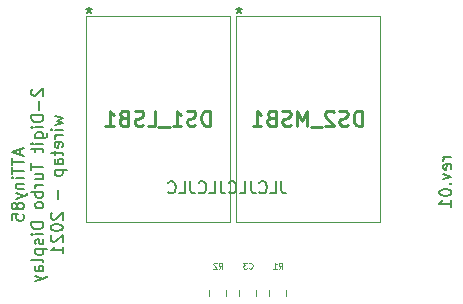
<source format=gbr>
%TF.GenerationSoftware,KiCad,Pcbnew,(5.1.6)-1*%
%TF.CreationDate,2021-03-31T10:32:31-04:00*%
%TF.ProjectId,Turbo-Display-V2,54757262-6f2d-4446-9973-706c61792d56,rev?*%
%TF.SameCoordinates,Original*%
%TF.FileFunction,Legend,Bot*%
%TF.FilePolarity,Positive*%
%FSLAX46Y46*%
G04 Gerber Fmt 4.6, Leading zero omitted, Abs format (unit mm)*
G04 Created by KiCad (PCBNEW (5.1.6)-1) date 2021-03-31 10:32:31*
%MOMM*%
%LPD*%
G01*
G04 APERTURE LIST*
%ADD10C,0.150000*%
%ADD11C,0.120000*%
%ADD12C,0.100000*%
%ADD13C,0.080000*%
%ADD14C,0.254000*%
G04 APERTURE END LIST*
D10*
X103933047Y-88352380D02*
X103933047Y-89066666D01*
X103980666Y-89209523D01*
X104075904Y-89304761D01*
X104218761Y-89352380D01*
X104314000Y-89352380D01*
X102980666Y-89352380D02*
X103456857Y-89352380D01*
X103456857Y-88352380D01*
X102075904Y-89257142D02*
X102123523Y-89304761D01*
X102266380Y-89352380D01*
X102361619Y-89352380D01*
X102504476Y-89304761D01*
X102599714Y-89209523D01*
X102647333Y-89114285D01*
X102694952Y-88923809D01*
X102694952Y-88780952D01*
X102647333Y-88590476D01*
X102599714Y-88495238D01*
X102504476Y-88400000D01*
X102361619Y-88352380D01*
X102266380Y-88352380D01*
X102123523Y-88400000D01*
X102075904Y-88447619D01*
X101361619Y-88352380D02*
X101361619Y-89066666D01*
X101409238Y-89209523D01*
X101504476Y-89304761D01*
X101647333Y-89352380D01*
X101742571Y-89352380D01*
X100409238Y-89352380D02*
X100885428Y-89352380D01*
X100885428Y-88352380D01*
X99504476Y-89257142D02*
X99552095Y-89304761D01*
X99694952Y-89352380D01*
X99790190Y-89352380D01*
X99933047Y-89304761D01*
X100028285Y-89209523D01*
X100075904Y-89114285D01*
X100123523Y-88923809D01*
X100123523Y-88780952D01*
X100075904Y-88590476D01*
X100028285Y-88495238D01*
X99933047Y-88400000D01*
X99790190Y-88352380D01*
X99694952Y-88352380D01*
X99552095Y-88400000D01*
X99504476Y-88447619D01*
X98790190Y-88352380D02*
X98790190Y-89066666D01*
X98837809Y-89209523D01*
X98933047Y-89304761D01*
X99075904Y-89352380D01*
X99171142Y-89352380D01*
X97837809Y-89352380D02*
X98314000Y-89352380D01*
X98314000Y-88352380D01*
X96933047Y-89257142D02*
X96980666Y-89304761D01*
X97123523Y-89352380D01*
X97218761Y-89352380D01*
X97361619Y-89304761D01*
X97456857Y-89209523D01*
X97504476Y-89114285D01*
X97552095Y-88923809D01*
X97552095Y-88780952D01*
X97504476Y-88590476D01*
X97456857Y-88495238D01*
X97361619Y-88400000D01*
X97218761Y-88352380D01*
X97123523Y-88352380D01*
X96980666Y-88400000D01*
X96933047Y-88447619D01*
X96218761Y-88352380D02*
X96218761Y-89066666D01*
X96266380Y-89209523D01*
X96361619Y-89304761D01*
X96504476Y-89352380D01*
X96599714Y-89352380D01*
X95266380Y-89352380D02*
X95742571Y-89352380D01*
X95742571Y-88352380D01*
X94361619Y-89257142D02*
X94409238Y-89304761D01*
X94552095Y-89352380D01*
X94647333Y-89352380D01*
X94790190Y-89304761D01*
X94885428Y-89209523D01*
X94933047Y-89114285D01*
X94980666Y-88923809D01*
X94980666Y-88780952D01*
X94933047Y-88590476D01*
X94885428Y-88495238D01*
X94790190Y-88400000D01*
X94647333Y-88352380D01*
X94552095Y-88352380D01*
X94409238Y-88400000D01*
X94361619Y-88447619D01*
X118308380Y-86320571D02*
X117641714Y-86320571D01*
X117832190Y-86320571D02*
X117736952Y-86368190D01*
X117689333Y-86415809D01*
X117641714Y-86511047D01*
X117641714Y-86606285D01*
X118260761Y-87320571D02*
X118308380Y-87225333D01*
X118308380Y-87034857D01*
X118260761Y-86939619D01*
X118165523Y-86892000D01*
X117784571Y-86892000D01*
X117689333Y-86939619D01*
X117641714Y-87034857D01*
X117641714Y-87225333D01*
X117689333Y-87320571D01*
X117784571Y-87368190D01*
X117879809Y-87368190D01*
X117975047Y-86892000D01*
X117641714Y-87701523D02*
X118308380Y-87939619D01*
X117641714Y-88177714D01*
X118213142Y-88558666D02*
X118260761Y-88606285D01*
X118308380Y-88558666D01*
X118260761Y-88511047D01*
X118213142Y-88558666D01*
X118308380Y-88558666D01*
X117308380Y-89225333D02*
X117308380Y-89320571D01*
X117356000Y-89415809D01*
X117403619Y-89463428D01*
X117498857Y-89511047D01*
X117689333Y-89558666D01*
X117927428Y-89558666D01*
X118117904Y-89511047D01*
X118213142Y-89463428D01*
X118260761Y-89415809D01*
X118308380Y-89320571D01*
X118308380Y-89225333D01*
X118260761Y-89130095D01*
X118213142Y-89082476D01*
X118117904Y-89034857D01*
X117927428Y-88987238D01*
X117689333Y-88987238D01*
X117498857Y-89034857D01*
X117403619Y-89082476D01*
X117356000Y-89130095D01*
X117308380Y-89225333D01*
X118308380Y-90511047D02*
X118308380Y-89939619D01*
X118308380Y-90225333D02*
X117308380Y-90225333D01*
X117451238Y-90130095D01*
X117546476Y-90034857D01*
X117594095Y-89939619D01*
X81828666Y-85622190D02*
X81828666Y-86098380D01*
X82114380Y-85526952D02*
X81114380Y-85860285D01*
X82114380Y-86193619D01*
X81114380Y-86384095D02*
X81114380Y-86955523D01*
X82114380Y-86669809D02*
X81114380Y-86669809D01*
X81114380Y-87146000D02*
X81114380Y-87717428D01*
X82114380Y-87431714D02*
X81114380Y-87431714D01*
X82114380Y-88050761D02*
X81447714Y-88050761D01*
X81114380Y-88050761D02*
X81162000Y-88003142D01*
X81209619Y-88050761D01*
X81162000Y-88098380D01*
X81114380Y-88050761D01*
X81209619Y-88050761D01*
X81447714Y-88526952D02*
X82114380Y-88526952D01*
X81542952Y-88526952D02*
X81495333Y-88574571D01*
X81447714Y-88669809D01*
X81447714Y-88812666D01*
X81495333Y-88907904D01*
X81590571Y-88955523D01*
X82114380Y-88955523D01*
X81447714Y-89336476D02*
X82114380Y-89574571D01*
X81447714Y-89812666D02*
X82114380Y-89574571D01*
X82352476Y-89479333D01*
X82400095Y-89431714D01*
X82447714Y-89336476D01*
X81542952Y-90336476D02*
X81495333Y-90241238D01*
X81447714Y-90193619D01*
X81352476Y-90146000D01*
X81304857Y-90146000D01*
X81209619Y-90193619D01*
X81162000Y-90241238D01*
X81114380Y-90336476D01*
X81114380Y-90526952D01*
X81162000Y-90622190D01*
X81209619Y-90669809D01*
X81304857Y-90717428D01*
X81352476Y-90717428D01*
X81447714Y-90669809D01*
X81495333Y-90622190D01*
X81542952Y-90526952D01*
X81542952Y-90336476D01*
X81590571Y-90241238D01*
X81638190Y-90193619D01*
X81733428Y-90146000D01*
X81923904Y-90146000D01*
X82019142Y-90193619D01*
X82066761Y-90241238D01*
X82114380Y-90336476D01*
X82114380Y-90526952D01*
X82066761Y-90622190D01*
X82019142Y-90669809D01*
X81923904Y-90717428D01*
X81733428Y-90717428D01*
X81638190Y-90669809D01*
X81590571Y-90622190D01*
X81542952Y-90526952D01*
X81114380Y-91622190D02*
X81114380Y-91146000D01*
X81590571Y-91098380D01*
X81542952Y-91146000D01*
X81495333Y-91241238D01*
X81495333Y-91479333D01*
X81542952Y-91574571D01*
X81590571Y-91622190D01*
X81685809Y-91669809D01*
X81923904Y-91669809D01*
X82019142Y-91622190D01*
X82066761Y-91574571D01*
X82114380Y-91479333D01*
X82114380Y-91241238D01*
X82066761Y-91146000D01*
X82019142Y-91098380D01*
X82859619Y-80526952D02*
X82812000Y-80574571D01*
X82764380Y-80669809D01*
X82764380Y-80907904D01*
X82812000Y-81003142D01*
X82859619Y-81050761D01*
X82954857Y-81098380D01*
X83050095Y-81098380D01*
X83192952Y-81050761D01*
X83764380Y-80479333D01*
X83764380Y-81098380D01*
X83383428Y-81526952D02*
X83383428Y-82288857D01*
X83764380Y-82765047D02*
X82764380Y-82765047D01*
X82764380Y-83003142D01*
X82812000Y-83146000D01*
X82907238Y-83241238D01*
X83002476Y-83288857D01*
X83192952Y-83336476D01*
X83335809Y-83336476D01*
X83526285Y-83288857D01*
X83621523Y-83241238D01*
X83716761Y-83146000D01*
X83764380Y-83003142D01*
X83764380Y-82765047D01*
X83764380Y-83765047D02*
X83097714Y-83765047D01*
X82764380Y-83765047D02*
X82812000Y-83717428D01*
X82859619Y-83765047D01*
X82812000Y-83812666D01*
X82764380Y-83765047D01*
X82859619Y-83765047D01*
X83097714Y-84669809D02*
X83907238Y-84669809D01*
X84002476Y-84622190D01*
X84050095Y-84574571D01*
X84097714Y-84479333D01*
X84097714Y-84336476D01*
X84050095Y-84241238D01*
X83716761Y-84669809D02*
X83764380Y-84574571D01*
X83764380Y-84384095D01*
X83716761Y-84288857D01*
X83669142Y-84241238D01*
X83573904Y-84193619D01*
X83288190Y-84193619D01*
X83192952Y-84241238D01*
X83145333Y-84288857D01*
X83097714Y-84384095D01*
X83097714Y-84574571D01*
X83145333Y-84669809D01*
X83764380Y-85146000D02*
X83097714Y-85146000D01*
X82764380Y-85146000D02*
X82812000Y-85098380D01*
X82859619Y-85146000D01*
X82812000Y-85193619D01*
X82764380Y-85146000D01*
X82859619Y-85146000D01*
X83097714Y-85479333D02*
X83097714Y-85860285D01*
X82764380Y-85622190D02*
X83621523Y-85622190D01*
X83716761Y-85669809D01*
X83764380Y-85765047D01*
X83764380Y-85860285D01*
X82764380Y-86812666D02*
X82764380Y-87384095D01*
X83764380Y-87098380D02*
X82764380Y-87098380D01*
X83097714Y-88146000D02*
X83764380Y-88146000D01*
X83097714Y-87717428D02*
X83621523Y-87717428D01*
X83716761Y-87765047D01*
X83764380Y-87860285D01*
X83764380Y-88003142D01*
X83716761Y-88098380D01*
X83669142Y-88146000D01*
X83764380Y-88622190D02*
X83097714Y-88622190D01*
X83288190Y-88622190D02*
X83192952Y-88669809D01*
X83145333Y-88717428D01*
X83097714Y-88812666D01*
X83097714Y-88907904D01*
X83764380Y-89241238D02*
X82764380Y-89241238D01*
X83145333Y-89241238D02*
X83097714Y-89336476D01*
X83097714Y-89526952D01*
X83145333Y-89622190D01*
X83192952Y-89669809D01*
X83288190Y-89717428D01*
X83573904Y-89717428D01*
X83669142Y-89669809D01*
X83716761Y-89622190D01*
X83764380Y-89526952D01*
X83764380Y-89336476D01*
X83716761Y-89241238D01*
X83764380Y-90288857D02*
X83716761Y-90193619D01*
X83669142Y-90146000D01*
X83573904Y-90098380D01*
X83288190Y-90098380D01*
X83192952Y-90146000D01*
X83145333Y-90193619D01*
X83097714Y-90288857D01*
X83097714Y-90431714D01*
X83145333Y-90526952D01*
X83192952Y-90574571D01*
X83288190Y-90622190D01*
X83573904Y-90622190D01*
X83669142Y-90574571D01*
X83716761Y-90526952D01*
X83764380Y-90431714D01*
X83764380Y-90288857D01*
X83764380Y-91812666D02*
X82764380Y-91812666D01*
X82764380Y-92050761D01*
X82812000Y-92193619D01*
X82907238Y-92288857D01*
X83002476Y-92336476D01*
X83192952Y-92384095D01*
X83335809Y-92384095D01*
X83526285Y-92336476D01*
X83621523Y-92288857D01*
X83716761Y-92193619D01*
X83764380Y-92050761D01*
X83764380Y-91812666D01*
X83764380Y-92812666D02*
X83097714Y-92812666D01*
X82764380Y-92812666D02*
X82812000Y-92765047D01*
X82859619Y-92812666D01*
X82812000Y-92860285D01*
X82764380Y-92812666D01*
X82859619Y-92812666D01*
X83716761Y-93241238D02*
X83764380Y-93336476D01*
X83764380Y-93526952D01*
X83716761Y-93622190D01*
X83621523Y-93669809D01*
X83573904Y-93669809D01*
X83478666Y-93622190D01*
X83431047Y-93526952D01*
X83431047Y-93384095D01*
X83383428Y-93288857D01*
X83288190Y-93241238D01*
X83240571Y-93241238D01*
X83145333Y-93288857D01*
X83097714Y-93384095D01*
X83097714Y-93526952D01*
X83145333Y-93622190D01*
X83097714Y-94098380D02*
X84097714Y-94098380D01*
X83145333Y-94098380D02*
X83097714Y-94193619D01*
X83097714Y-94384095D01*
X83145333Y-94479333D01*
X83192952Y-94526952D01*
X83288190Y-94574571D01*
X83573904Y-94574571D01*
X83669142Y-94526952D01*
X83716761Y-94479333D01*
X83764380Y-94384095D01*
X83764380Y-94193619D01*
X83716761Y-94098380D01*
X83764380Y-95146000D02*
X83716761Y-95050761D01*
X83621523Y-95003142D01*
X82764380Y-95003142D01*
X83764380Y-95955523D02*
X83240571Y-95955523D01*
X83145333Y-95907904D01*
X83097714Y-95812666D01*
X83097714Y-95622190D01*
X83145333Y-95526952D01*
X83716761Y-95955523D02*
X83764380Y-95860285D01*
X83764380Y-95622190D01*
X83716761Y-95526952D01*
X83621523Y-95479333D01*
X83526285Y-95479333D01*
X83431047Y-95526952D01*
X83383428Y-95622190D01*
X83383428Y-95860285D01*
X83335809Y-95955523D01*
X83097714Y-96336476D02*
X83764380Y-96574571D01*
X83097714Y-96812666D02*
X83764380Y-96574571D01*
X84002476Y-96479333D01*
X84050095Y-96431714D01*
X84097714Y-96336476D01*
X84747714Y-82812666D02*
X85414380Y-83003142D01*
X84938190Y-83193619D01*
X85414380Y-83384095D01*
X84747714Y-83574571D01*
X85414380Y-83955523D02*
X84747714Y-83955523D01*
X84414380Y-83955523D02*
X84462000Y-83907904D01*
X84509619Y-83955523D01*
X84462000Y-84003142D01*
X84414380Y-83955523D01*
X84509619Y-83955523D01*
X85414380Y-84431714D02*
X84747714Y-84431714D01*
X84938190Y-84431714D02*
X84842952Y-84479333D01*
X84795333Y-84526952D01*
X84747714Y-84622190D01*
X84747714Y-84717428D01*
X85366761Y-85431714D02*
X85414380Y-85336476D01*
X85414380Y-85146000D01*
X85366761Y-85050761D01*
X85271523Y-85003142D01*
X84890571Y-85003142D01*
X84795333Y-85050761D01*
X84747714Y-85146000D01*
X84747714Y-85336476D01*
X84795333Y-85431714D01*
X84890571Y-85479333D01*
X84985809Y-85479333D01*
X85081047Y-85003142D01*
X84747714Y-85765047D02*
X84747714Y-86146000D01*
X84414380Y-85907904D02*
X85271523Y-85907904D01*
X85366761Y-85955523D01*
X85414380Y-86050761D01*
X85414380Y-86146000D01*
X85414380Y-86907904D02*
X84890571Y-86907904D01*
X84795333Y-86860285D01*
X84747714Y-86765047D01*
X84747714Y-86574571D01*
X84795333Y-86479333D01*
X85366761Y-86907904D02*
X85414380Y-86812666D01*
X85414380Y-86574571D01*
X85366761Y-86479333D01*
X85271523Y-86431714D01*
X85176285Y-86431714D01*
X85081047Y-86479333D01*
X85033428Y-86574571D01*
X85033428Y-86812666D01*
X84985809Y-86907904D01*
X84747714Y-87384095D02*
X85747714Y-87384095D01*
X84795333Y-87384095D02*
X84747714Y-87479333D01*
X84747714Y-87669809D01*
X84795333Y-87765047D01*
X84842952Y-87812666D01*
X84938190Y-87860285D01*
X85223904Y-87860285D01*
X85319142Y-87812666D01*
X85366761Y-87765047D01*
X85414380Y-87669809D01*
X85414380Y-87479333D01*
X85366761Y-87384095D01*
X85033428Y-89050761D02*
X85033428Y-89812666D01*
X84509619Y-91003142D02*
X84462000Y-91050761D01*
X84414380Y-91146000D01*
X84414380Y-91384095D01*
X84462000Y-91479333D01*
X84509619Y-91526952D01*
X84604857Y-91574571D01*
X84700095Y-91574571D01*
X84842952Y-91526952D01*
X85414380Y-90955523D01*
X85414380Y-91574571D01*
X84414380Y-92193619D02*
X84414380Y-92288857D01*
X84462000Y-92384095D01*
X84509619Y-92431714D01*
X84604857Y-92479333D01*
X84795333Y-92526952D01*
X85033428Y-92526952D01*
X85223904Y-92479333D01*
X85319142Y-92431714D01*
X85366761Y-92384095D01*
X85414380Y-92288857D01*
X85414380Y-92193619D01*
X85366761Y-92098380D01*
X85319142Y-92050761D01*
X85223904Y-92003142D01*
X85033428Y-91955523D01*
X84795333Y-91955523D01*
X84604857Y-92003142D01*
X84509619Y-92050761D01*
X84462000Y-92098380D01*
X84414380Y-92193619D01*
X84509619Y-92907904D02*
X84462000Y-92955523D01*
X84414380Y-93050761D01*
X84414380Y-93288857D01*
X84462000Y-93384095D01*
X84509619Y-93431714D01*
X84604857Y-93479333D01*
X84700095Y-93479333D01*
X84842952Y-93431714D01*
X85414380Y-92860285D01*
X85414380Y-93479333D01*
X85414380Y-94431714D02*
X85414380Y-93860285D01*
X85414380Y-94146000D02*
X84414380Y-94146000D01*
X84557238Y-94050761D01*
X84652476Y-93955523D01*
X84700095Y-93860285D01*
X100330000Y-73620380D02*
X100330000Y-73858476D01*
X100568095Y-73763238D02*
X100330000Y-73858476D01*
X100091904Y-73763238D01*
X100472857Y-74048952D02*
X100330000Y-73858476D01*
X100187142Y-74048952D01*
X87630000Y-73620380D02*
X87630000Y-73858476D01*
X87868095Y-73763238D02*
X87630000Y-73858476D01*
X87391904Y-73763238D01*
X87772857Y-74048952D02*
X87630000Y-73858476D01*
X87487142Y-74048952D01*
D11*
%TO.C,C3*%
X100382000Y-98051252D02*
X100382000Y-97528748D01*
X101802000Y-98051252D02*
X101802000Y-97528748D01*
D12*
%TO.C,DS1_LSB1*%
X87347000Y-74308000D02*
X87347000Y-91808000D01*
X99597000Y-74308000D02*
X87347000Y-74308000D01*
X99597000Y-91808000D02*
X99597000Y-74308000D01*
X87347000Y-91808000D02*
X99597000Y-91808000D01*
%TO.C,DS2_MSB1*%
X100047000Y-91808000D02*
X112297000Y-91808000D01*
X112297000Y-91808000D02*
X112297000Y-74308000D01*
X112297000Y-74308000D02*
X100047000Y-74308000D01*
X100047000Y-74308000D02*
X100047000Y-91808000D01*
D11*
%TO.C,R1*%
X104342000Y-97528748D02*
X104342000Y-98051252D01*
X102922000Y-97528748D02*
X102922000Y-98051252D01*
%TO.C,R2*%
X99262000Y-98051252D02*
X99262000Y-97528748D01*
X97842000Y-98051252D02*
X97842000Y-97528748D01*
%TO.C,C3*%
D13*
X101175333Y-95682571D02*
X101199142Y-95706380D01*
X101270571Y-95730190D01*
X101318190Y-95730190D01*
X101389619Y-95706380D01*
X101437238Y-95658761D01*
X101461047Y-95611142D01*
X101484857Y-95515904D01*
X101484857Y-95444476D01*
X101461047Y-95349238D01*
X101437238Y-95301619D01*
X101389619Y-95254000D01*
X101318190Y-95230190D01*
X101270571Y-95230190D01*
X101199142Y-95254000D01*
X101175333Y-95277809D01*
X101008666Y-95230190D02*
X100699142Y-95230190D01*
X100865809Y-95420666D01*
X100794380Y-95420666D01*
X100746761Y-95444476D01*
X100722952Y-95468285D01*
X100699142Y-95515904D01*
X100699142Y-95634952D01*
X100722952Y-95682571D01*
X100746761Y-95706380D01*
X100794380Y-95730190D01*
X100937238Y-95730190D01*
X100984857Y-95706380D01*
X101008666Y-95682571D01*
%TO.C,DS1_LSB1*%
D14*
X97856523Y-83632523D02*
X97856523Y-82362523D01*
X97554142Y-82362523D01*
X97372714Y-82423000D01*
X97251761Y-82543952D01*
X97191285Y-82664904D01*
X97130809Y-82906809D01*
X97130809Y-83088238D01*
X97191285Y-83330142D01*
X97251761Y-83451095D01*
X97372714Y-83572047D01*
X97554142Y-83632523D01*
X97856523Y-83632523D01*
X96647000Y-83572047D02*
X96465571Y-83632523D01*
X96163190Y-83632523D01*
X96042238Y-83572047D01*
X95981761Y-83511571D01*
X95921285Y-83390619D01*
X95921285Y-83269666D01*
X95981761Y-83148714D01*
X96042238Y-83088238D01*
X96163190Y-83027761D01*
X96405095Y-82967285D01*
X96526047Y-82906809D01*
X96586523Y-82846333D01*
X96647000Y-82725380D01*
X96647000Y-82604428D01*
X96586523Y-82483476D01*
X96526047Y-82423000D01*
X96405095Y-82362523D01*
X96102714Y-82362523D01*
X95921285Y-82423000D01*
X94711761Y-83632523D02*
X95437476Y-83632523D01*
X95074619Y-83632523D02*
X95074619Y-82362523D01*
X95195571Y-82543952D01*
X95316523Y-82664904D01*
X95437476Y-82725380D01*
X94469857Y-83753476D02*
X93502238Y-83753476D01*
X92595095Y-83632523D02*
X93199857Y-83632523D01*
X93199857Y-82362523D01*
X92232238Y-83572047D02*
X92050809Y-83632523D01*
X91748428Y-83632523D01*
X91627476Y-83572047D01*
X91567000Y-83511571D01*
X91506523Y-83390619D01*
X91506523Y-83269666D01*
X91567000Y-83148714D01*
X91627476Y-83088238D01*
X91748428Y-83027761D01*
X91990333Y-82967285D01*
X92111285Y-82906809D01*
X92171761Y-82846333D01*
X92232238Y-82725380D01*
X92232238Y-82604428D01*
X92171761Y-82483476D01*
X92111285Y-82423000D01*
X91990333Y-82362523D01*
X91687952Y-82362523D01*
X91506523Y-82423000D01*
X90538904Y-82967285D02*
X90357476Y-83027761D01*
X90297000Y-83088238D01*
X90236523Y-83209190D01*
X90236523Y-83390619D01*
X90297000Y-83511571D01*
X90357476Y-83572047D01*
X90478428Y-83632523D01*
X90962238Y-83632523D01*
X90962238Y-82362523D01*
X90538904Y-82362523D01*
X90417952Y-82423000D01*
X90357476Y-82483476D01*
X90297000Y-82604428D01*
X90297000Y-82725380D01*
X90357476Y-82846333D01*
X90417952Y-82906809D01*
X90538904Y-82967285D01*
X90962238Y-82967285D01*
X89027000Y-83632523D02*
X89752714Y-83632523D01*
X89389857Y-83632523D02*
X89389857Y-82362523D01*
X89510809Y-82543952D01*
X89631761Y-82664904D01*
X89752714Y-82725380D01*
%TO.C,DS2_MSB1*%
X110768190Y-83632523D02*
X110768190Y-82362523D01*
X110465809Y-82362523D01*
X110284380Y-82423000D01*
X110163428Y-82543952D01*
X110102952Y-82664904D01*
X110042476Y-82906809D01*
X110042476Y-83088238D01*
X110102952Y-83330142D01*
X110163428Y-83451095D01*
X110284380Y-83572047D01*
X110465809Y-83632523D01*
X110768190Y-83632523D01*
X109558666Y-83572047D02*
X109377238Y-83632523D01*
X109074857Y-83632523D01*
X108953904Y-83572047D01*
X108893428Y-83511571D01*
X108832952Y-83390619D01*
X108832952Y-83269666D01*
X108893428Y-83148714D01*
X108953904Y-83088238D01*
X109074857Y-83027761D01*
X109316761Y-82967285D01*
X109437714Y-82906809D01*
X109498190Y-82846333D01*
X109558666Y-82725380D01*
X109558666Y-82604428D01*
X109498190Y-82483476D01*
X109437714Y-82423000D01*
X109316761Y-82362523D01*
X109014380Y-82362523D01*
X108832952Y-82423000D01*
X108349142Y-82483476D02*
X108288666Y-82423000D01*
X108167714Y-82362523D01*
X107865333Y-82362523D01*
X107744380Y-82423000D01*
X107683904Y-82483476D01*
X107623428Y-82604428D01*
X107623428Y-82725380D01*
X107683904Y-82906809D01*
X108409619Y-83632523D01*
X107623428Y-83632523D01*
X107381523Y-83753476D02*
X106413904Y-83753476D01*
X106111523Y-83632523D02*
X106111523Y-82362523D01*
X105688190Y-83269666D01*
X105264857Y-82362523D01*
X105264857Y-83632523D01*
X104720571Y-83572047D02*
X104539142Y-83632523D01*
X104236761Y-83632523D01*
X104115809Y-83572047D01*
X104055333Y-83511571D01*
X103994857Y-83390619D01*
X103994857Y-83269666D01*
X104055333Y-83148714D01*
X104115809Y-83088238D01*
X104236761Y-83027761D01*
X104478666Y-82967285D01*
X104599619Y-82906809D01*
X104660095Y-82846333D01*
X104720571Y-82725380D01*
X104720571Y-82604428D01*
X104660095Y-82483476D01*
X104599619Y-82423000D01*
X104478666Y-82362523D01*
X104176285Y-82362523D01*
X103994857Y-82423000D01*
X103027238Y-82967285D02*
X102845809Y-83027761D01*
X102785333Y-83088238D01*
X102724857Y-83209190D01*
X102724857Y-83390619D01*
X102785333Y-83511571D01*
X102845809Y-83572047D01*
X102966761Y-83632523D01*
X103450571Y-83632523D01*
X103450571Y-82362523D01*
X103027238Y-82362523D01*
X102906285Y-82423000D01*
X102845809Y-82483476D01*
X102785333Y-82604428D01*
X102785333Y-82725380D01*
X102845809Y-82846333D01*
X102906285Y-82906809D01*
X103027238Y-82967285D01*
X103450571Y-82967285D01*
X101515333Y-83632523D02*
X102241047Y-83632523D01*
X101878190Y-83632523D02*
X101878190Y-82362523D01*
X101999142Y-82543952D01*
X102120095Y-82664904D01*
X102241047Y-82725380D01*
%TO.C,R1*%
D13*
X103715333Y-95730190D02*
X103882000Y-95492095D01*
X104001047Y-95730190D02*
X104001047Y-95230190D01*
X103810571Y-95230190D01*
X103762952Y-95254000D01*
X103739142Y-95277809D01*
X103715333Y-95325428D01*
X103715333Y-95396857D01*
X103739142Y-95444476D01*
X103762952Y-95468285D01*
X103810571Y-95492095D01*
X104001047Y-95492095D01*
X103239142Y-95730190D02*
X103524857Y-95730190D01*
X103382000Y-95730190D02*
X103382000Y-95230190D01*
X103429619Y-95301619D01*
X103477238Y-95349238D01*
X103524857Y-95373047D01*
%TO.C,R2*%
X98635333Y-95730190D02*
X98802000Y-95492095D01*
X98921047Y-95730190D02*
X98921047Y-95230190D01*
X98730571Y-95230190D01*
X98682952Y-95254000D01*
X98659142Y-95277809D01*
X98635333Y-95325428D01*
X98635333Y-95396857D01*
X98659142Y-95444476D01*
X98682952Y-95468285D01*
X98730571Y-95492095D01*
X98921047Y-95492095D01*
X98444857Y-95277809D02*
X98421047Y-95254000D01*
X98373428Y-95230190D01*
X98254380Y-95230190D01*
X98206761Y-95254000D01*
X98182952Y-95277809D01*
X98159142Y-95325428D01*
X98159142Y-95373047D01*
X98182952Y-95444476D01*
X98468666Y-95730190D01*
X98159142Y-95730190D01*
%TD*%
M02*

</source>
